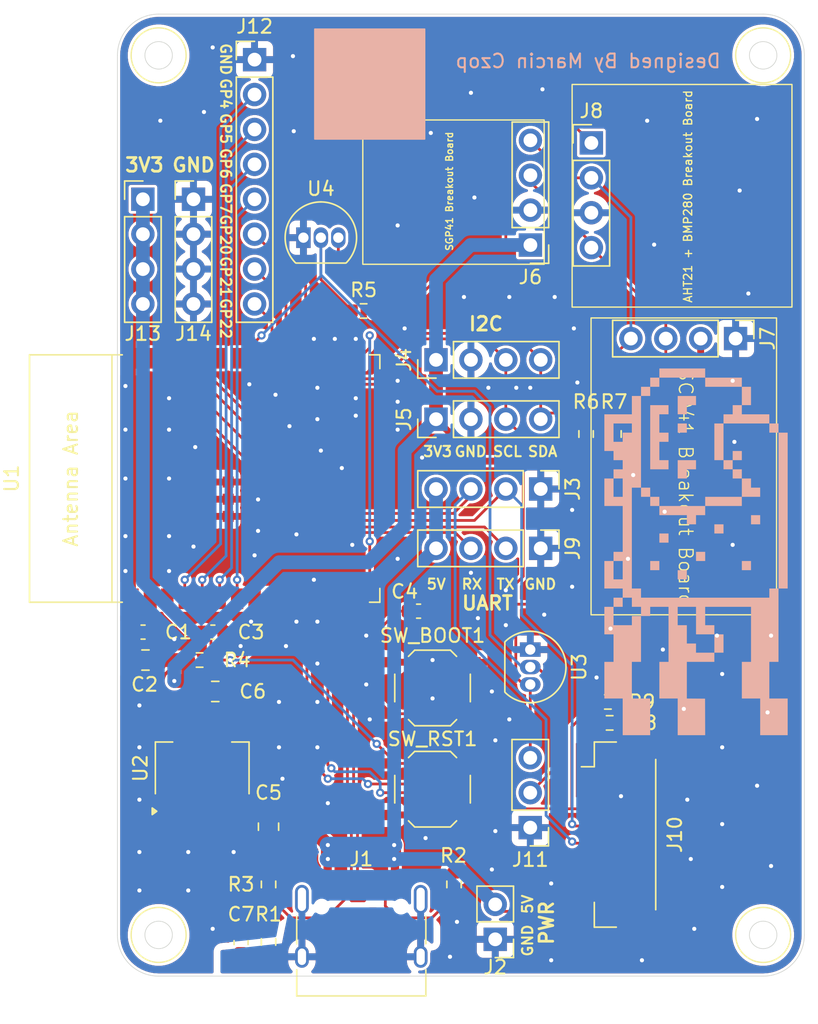
<source format=kicad_pcb>
(kicad_pcb (version 20241229) (generator "pcbnew") (generator_version "9.0")
  (layers (0 "F.Cu" signal) (2 "B.Cu" signal) (13 "F.Paste" user) (15 "B.Paste" user) (5 "F.SilkS" user "F.Silkscreen") (7 "B.SilkS" user "B.Silkscreen") (1 "F.Mask" user) (3 "B.Mask" user) (25 "Edge.Cuts" user))
  (net 0 "")
  (net 1 "+3V3")
  (net 2 "GND")
  (net 3 "Net-(J1-SHIELD)")
  (net 4 "Net-(J1-CC2)")
  (net 5 "USB_DP")
  (net 6 "+5V")
  (net 8 "Net-(J1-CC1)")
  (net 10 "GPIO21")
  (net 11 "GPIO22")
  (net 12 "SDA")
  (net 13 "GPIO5")
  (net 14 "GPIO20")
  (net 15 "GPIO7")
  (net 16 "SCL")
  (net 18 "GPIO4")
  (net 21 "GPIO6")
  (net 23 "EN")
  (net 24 "BOOT")
  (net 25 "RXD_1")
  (net 26 "TXD_1")
  (net 27 "TXD_0")
  (net 28 "RXD_0")
  (net 29 "DQ")
  (net 30 "USB_DN")
  (net 31 "RST")
  (net 32 "SET")
  (footprint "Capacitor_SMD:C_0603_1608Metric" (layer "F.Cu") (at 106.947 124.968 180)
    (property "Reference" "C3")
    (property "Value" "100n")
  )
  (footprint "PCM_Espressif:ESP32-C6-WROOM-1" (layer "F.Cu") (at 109.352 113.792 90)
    (property "Reference" "U1")
    (property "Value" "ESP32-C6-WROOM-1")
  )
  (footprint "Capacitor_SMD:C_0603_1608Metric" (layer "F.Cu") (at 101.867 124.968)
    (property "Reference" "C1")
    (property "Value" "1u")
  )
  (footprint "Connector_PinHeader_2.54mm:PinHeader_1x02_P2.54mm_Vertical" (layer "F.Cu") (at 127.5 147.32 180)
    (property "Reference" "J2")
    (property "Value" "Power-Header")
  )
  (footprint "Package_TO_SOT_THT:TO-92_Inline" (layer "F.Cu") (at 113.538 96.266)
    (property "Reference" "U4")
    (property "Value" "DS18B20")
  )
  (footprint "Resistor_SMD:R_0603_1608Metric" (layer "F.Cu") (at 117.919 101.6 180)
    (property "Reference" "R5")
    (property "Value" "4.7k")
  )
  (footprint "Connector_PinHeader_2.54mm:PinHeader_1x04_P2.54mm_Vertical" (layer "F.Cu") (at 134.496 89.374)
    (property "Reference" "J8")
    (property "Value" "AHT20+BMP280BB")
  )
  (footprint "Button_Switch_SMD:SW_Push_1P1T_XKB_TS-1187A" (layer "F.Cu") (at 122.936 136.398 180)
    (property "Reference" "SW_RST1")
    (property "Value" "TS-1187A-B-A-B")
  )
  (footprint "Resistor_SMD:R_0603_1608Metric" (layer "F.Cu") (at 111 143.325 90)
    (property "Reference" "R3")
    (property "Value" "5.1k")
  )
  (footprint "Package_TO_SOT_THT:TO-92_Inline" (layer "F.Cu") (at 130.048 126.238 -90)
    (property "Reference" "U3")
    (property "Value" "DS18B20")
  )
  (footprint "Capacitor_SMD:C_0603_1608Metric" (layer "F.Cu") (at 121.92 123.444)
    (property "Reference" "C4")
    (property "Value" "100n")
  )
  (footprint "Package_TO_SOT_SMD:SOT-223-3_TabPin2" (layer "F.Cu") (at 106.172 134.874 90)
    (property "Reference" "U2")
    (property "Value" "AMS1117-3.3")
  )
  (footprint "Connector_PinHeader_2.54mm:PinHeader_1x08_P2.54mm_Vertical" (layer "F.Cu") (at 109.982 83.312)
    (property "Reference" "J12")
    (property "Value" "GPIO")
  )
  (footprint "Connector_JST:JST_GH_BM08B-GHS-TBT_1x08-1MP_P1.25mm_Vertical" (layer "F.Cu") (at 136.57 139.7 -90)
    (property "Reference" "J10")
    (property "Value" "PMSBB")
  )
  (footprint "Connector_PinHeader_2.54mm:PinHeader_1x03_P2.54mm_Vertical" (layer "F.Cu") (at 130.048 139.192 180)
    (property "Reference" "J11")
    (property "Value" "DS18B20")
  )
  (footprint "Connector_PinHeader_2.54mm:PinHeader_1x04_P2.54mm_Vertical" (layer "F.Cu") (at 123.19 109.474 90)
    (property "Reference" "J5")
    (property "Value" "I2C")
  )
  (footprint "Connector_PinHeader_2.54mm:PinHeader_1x04_P2.54mm_Vertical" (layer "F.Cu") (at 101.854 93.472)
    (property "Reference" "J13")
    (property "Value" "3V3 rail")
  )
  (footprint "Connector_PinHeader_2.54mm:PinHeader_1x04_P2.54mm_Vertical" (layer "F.Cu") (at 123.19 105.156 90)
    (property "Reference" "J4")
    (property "Value" "I2C")
  )
  (footprint "Resistor_SMD:R_0603_1608Metric" (layer "F.Cu") (at 135.827 131.572 180)
    (property "Reference" "R8")
    (property "Value" "10k")
  )
  (footprint "Connector_PinHeader_2.54mm:PinHeader_1x04_P2.54mm_Vertical" (layer "F.Cu") (at 130.81 114.554 -90)
    (property "Reference" "J3")
    (property "Value" "UART0")
  )
  (footprint "Button_Switch_SMD:SW_Push_1P1T_XKB_TS-1187A" (layer "F.Cu") (at 122.936 129.032 180)
    (property "Reference" "SW_BOOT1")
    (property "Value" "TS-1187A-B-A-B")
  )
  (footprint "Capacitor_SMD:C_0805_2012Metric" (layer "F.Cu") (at 110.998 139.126 -90)
    (property "Reference" "C5")
    (property "Value" "47u")
  )
  (footprint "Resistor_SMD:R_0603_1608Metric" (layer "F.Cu") (at 110.998 147.511 -90)
    (property "Reference" "R1")
    (property "Value" "1M")
  )
  (footprint "Resistor_SMD:R_0603_1608Metric" (layer "F.Cu") (at 134.112 110.553 -90)
    (property "Reference" "R6")
    (property "Value" "4.7k")
  )
  (footprint "Resistor_SMD:R_0603_1608Metric" (layer "F.Cu") (at 124.5 143.325 90)
    (property "Reference" "R2")
    (property "Value" "5.1k")
  )
  (footprint "Capacitor_SMD:C_0603_1608Metric" (layer "F.Cu") (at 109 147.561 90)
    (property "Reference" "C7")
    (property "Value" "4.7n")
  )
  (footprint "Connector_PinHeader_2.54mm:PinHeader_1x04_P2.54mm_Vertical" (layer "F.Cu") (at 105.537 93.472)
    (property "Reference" "J14")
    (property "Value" "GND rail")
  )
  (footprint "Resistor_SMD:R_0603_1608Metric" (layer "F.Cu") (at 135.699 130.048)
    (property "Reference" "R9")
    (property "Value" "10k")
  )
  (footprint "Capacitor_SMD:C_0805_2012Metric" (layer "F.Cu") (at 102.042 127)
    (property "Reference" "C2")
    (property "Value" "47u")
  )
  (footprint "Connector_USB:USB_C_Receptacle_HRO_TYPE-C-31-M-12" (layer "F.Cu") (at 117.75 147.54)
    (property "Reference" "J1")
    (property "Value" "TYPE-C-31-M-04")
  )
  (footprint "Connector_PinHeader_2.54mm:PinHeader_1x04_P2.54mm_Vertical" (layer "F.Cu") (at 130.81 118.872 -90)
    (property "Reference" "J9")
    (property "Value" "UART1")
  )
  (footprint "Connector_PinHeader_2.54mm:PinHeader_1x04_P2.54mm_Vertical" (layer "F.Cu") (at 130.06 96.802 180)
    (property "Reference" "J6")
    (property "Value" "SGP41BB")
  )
  (footprint "Connector_PinHeader_2.54mm:PinHeader_1x04_P2.54mm_Vertical" (layer "F.Cu") (at 144.994 103.608 -90)
    (property "Reference" "J7")
    (property "Value" "SCD41BB")
  )
  (footprint "Capacitor_SMD:C_0805_2012Metric" (layer "F.Cu") (at 107.122 129.286)
    (property "Reference" "C6")
    (property "Value" "47u")
  )
  (footprint "Resistor_SMD:R_0603_1608Metric" (layer "F.Cu") (at 136.144 110.553 -90)
    (property "Reference" "R7")
    (property "Value" "4.7k")
  )
  (footprint "Resistor_SMD:R_0603_1608Metric" (layer "F.Cu") (at 105.981 127 180)
    (property "Reference" "R4")
    (property "Value" "10k")
  )
  (footprint "LOGO" (layer "B.Cu") (at 142.446552 119.459552 90)
    (property "Reference" "G***" (hide yes))
    (property "Value" "LOGO" (hide yes))
  )
  (gr_circle (center 103 147) (end 103 149) (stroke (width 0.1)) (fill no) (layer "F.SilkS"))
  (gr_rect (start 134.474 102.108) (end 147.974 123.708) (stroke (width 0.1)) (fill no) (layer "F.SilkS"))
  (gr_circle (center 147 83) (end 147 85) (stroke (width 0.1)) (fill no) (layer "F.SilkS"))
  (gr_circle (center 147 147) (end 147 149) (stroke (width 0.1)) (fill no) (layer "F.SilkS"))
  (gr_rect (start 117.86 87.702) (end 131.06 98.202) (stroke (width 0.1)) (fill no) (layer "F.SilkS"))
  (gr_circle (center 103 83) (end 103 85) (stroke (width 0.1)) (fill no) (layer "F.SilkS"))
  (gr_rect (start 133.096 85.118) (end 149.096 101.318) (stroke (width 0.1)) (fill no) (layer "F.SilkS"))
  (gr_rect (start 114.364 81.09) (end 122.364 89.09) (stroke (width 0.1)) (fill yes) (layer "B.SilkS"))
  (gr_circle (center 147 83) (end 147 84) (stroke (width 0.05)) (fill no) (layer "Edge.Cuts"))
  (gr_line (start 150 147) (end 150 83) (stroke (width 0.05)) (layer "Edge.Cuts"))
  (gr_arc (start 103 150) (mid 100.87868 149.12132) (end 100 147) (stroke (width 0.05)) (layer "Edge.Cuts"))
  (gr_line (start 103 150) (end 147 150) (stroke (width 0.05)) (layer "Edge.Cuts"))
  (gr_line (start 103 80) (end 147 80) (stroke (width 0.05)) (layer "Edge.Cuts"))
  (gr_arc (start 150 147) (mid 149.12132 149.12132) (end 147 150) (stroke (width 0.05)) (layer "Edge.Cuts"))
  (gr_arc (start 100 83) (mid 100.87868 80.87868) (end 103 80) (stroke (width 0.05)) (layer "Edge.Cuts"))
  (gr_circle (center 147 147) (end 147 148) (stroke (width 0.05)) (fill no) (layer "Edge.Cuts"))
  (gr_circle (center 103 83) (end 103 84) (stroke (width 0.05)) (fill no) (layer "Edge.Cuts"))
  (gr_line (start 100 147) (end 100 83) (stroke (width 0.05)) (layer "Edge.Cuts"))
  (gr_circle (center 103 147) (end 103 148) (stroke (width 0.05)) (fill no) (layer "Edge.Cuts"))
  (gr_arc (start 147 80) (mid 149.12132 80.87868) (end 150 83) (stroke (width 0.05)) (layer "Edge.Cuts"))
  (gr_text "GND" (at 107.442 82.042 270) (layer "F.SilkS") (effects (font (size 0.75 0.75)) (justify left bottom)))
  (gr_text "I2C\n" (at 125.476 103.124 0) (layer "F.SilkS") (effects (font (size 1 1) (thickness 0.2) (bold yes)) (justify left bottom)))
  (gr_text "PWR" (at 131.818 147.828 90) (layer "F.SilkS") (effects (font (size 1 1) (thickness 0.2)) (justify left bottom)))
  (gr_text "AHT21 + BMP280 Breakout Board" (at 141.876 101.058 90) (layer "F.SilkS") (effects (font (size 0.6 0.6) (thickness 0.1) (bold yes)) (justify left bottom)))
  (gr_text "3V3" (at 100.457 91.567 0) (layer "F.SilkS") (effects (font (size 1 1) (thickness 0.2)) (justify left bottom)))
  (gr_text "SDA" (at 129.794 112.268 0) (layer "F.SilkS") (effects (font (size 0.75 0.75)) (justify left bottom)))
  (gr_text "GP6\n" (at 107.442 89.662 270) (layer "F.SilkS") (effects (font (size 0.75 0.75)) (justify left bottom)))
  (gr_text "GP4\n" (at 107.442 84.582 270) (layer "F.SilkS") (effects (font (size 0.75 0.75)) (justify left bottom)))
  (gr_text "GP7" (at 107.442 92.202 270) (layer "F.SilkS") (effects (font (size 0.75 0.75)) (justify left bottom)))
  (gr_text "GP20" (at 107.442 94.488 270) (layer "F.SilkS") (effects (font (size 0.75 0.75)) (justify left bottom)))
  (gr_text "GP21" (at 107.442 97.536 270) (layer "F.SilkS") (effects (font (size 0.75 0.75)) (justify left bottom)))
  (gr_text "GP5" (at 107.442 87.122 270) (layer "F.SilkS") (effects (font (size 0.75 0.75)) (justify left bottom)))
  (gr_text "5V\n" (at 122.428 121.92 0) (layer "F.SilkS") (effects (font (size 0.75 0.75)) (justify left bottom)))
  (gr_text "GND" (at 130.294 148.65 90) (layer "F.SilkS") (effects (font (size 0.75 0.75)) (justify left bottom)))
  (gr_text "UART\n" (at 124.968 123.444 0) (layer "F.SilkS") (effects (font (size 1 1) (thickness 0.2)) (justify left bottom)))
  (gr_text "GND" (at 129.54 121.92 0) (layer "F.SilkS") (effects (font (size 0.75 0.75)) (justify left bottom)))
  (gr_text "SGP41 Breakout Board" (at 124.46 97.282 90) (layer "F.SilkS") (effects (font (size 0.5 0.5) (thickness 0.1)) (justify left bottom)))
  (gr_text "3V3\n" (at 122.174 112.268 0) (layer "F.SilkS") (effects (font (size 0.75 0.75)) (justify left bottom)))
  (gr_text "RX\n" (at 124.968 121.92 0) (layer "F.SilkS") (effects (font (size 0.75 0.75)) (justify left bottom)))
  (gr_text "GND" (at 124.46 112.268 0) (layer "F.SilkS") (effects (font (size 0.75 0.75)) (justify left bottom)))
  (gr_text "SCD41 Breakout Board" (at 140.774 105.708 270) (layer "F.SilkS") (effects (font (size 1 1) (thickness 0.1)) (justify left bottom)))
  (gr_text "SCL\n" (at 127.254 112.268 0) (layer "F.SilkS") (effects (font (size 0.75 0.75)) (justify left bottom)))
  (gr_text "GND\n" (at 103.886 91.567 0) (layer "F.SilkS") (effects (font (size 1 1) (thickness 0.2)) (justify left bottom)))
  (gr_text "GP22" (at 107.442 100.584 270) (layer "F.SilkS") (effects (font (size 0.75 0.75)) (justify left bottom)))
  (gr_text "5V\n" (at 130.294 145.542 90) (layer "F.SilkS") (effects (font (size 0.75 0.75)) (justify left bottom)))
  (gr_text "TX" (at 127.508 121.92 0) (layer "F.SilkS") (effects (font (size 0.75 0.75)) (justify left bottom)))
  (gr_text "Designed By Marcin Czop" (at 144 84 -0) (layer "B.SilkS") (effects (font (size 1 1)) (justify left bottom mirror)))
  (segment (start 112.522 123.531943) (end 108.053943 128) (width 0.2) (layer "F.Cu") (net 1))
  (segment (start 104.902 128.524) (end 105.156 128.27) (width 1) (layer "F.Cu") (net 1))
  (segment (start 128.997 122.936) (end 128.997 121.447) (width 0.2) (layer "F.Cu") (net 1))
  (segment (start 102.992 127) (end 102.992 125.318) (width 1) (layer "F.Cu") (net 1))
  (segment (start 106.05 131.602) (end 106.172 131.724) (width 0.2) (layer "F.Cu") (net 1))
  (segment (start 108.053943 128) (end 107.458 128) (width 0.2) (layer "F.Cu") (net 1))
  (segment (start 106.172 138.024) (end 106.172 131.724) (width 1.5) (layer "F.Cu") (net 1))
  (segment (start 116.078 96.266) (end 116.078 98.934) (width 0.2) (layer "F.Cu") (net 1))
  (segment (start 142.454 105.45) (end 142.454 103.608) (width 0.5) (layer "F.Cu") (net 1))
  (segment (start 134.112 111.378) (end 134.112 112.018) (width 0.5) (layer "F.Cu") (net 1))
  (segment (start 128.997 128.227) (end 128.997 122.936) (width 0.2) (layer "F.Cu") (net 1))
  (segment (start 130.048 128.778) (end 129.548 128.778) (width 0.2) (layer "F.Cu") (net 1))
  (segment (start 129.286 112.526) (end 126.242 112.526) (width 0.5) (layer "F.Cu") (net 1))
  (segment (start 129.54 112.78) (end 129.286 112.526) (width 0.2) (layer "F.Cu") (net 1))
  (segment (start 106.05 129.286) (end 106.31 129.286) (width 0.2) (layer "F.Cu") (net 1))
  (segment (start 136.78 131.572) (end 136.78 130.048) (width 0.2) (layer "F.Cu") (net 1))
  (segment (start 118.744 101.6) (end 120.904 101.6) (width 0.2) (layer "F.Cu") (net 1))
  (segment (start 112.522 122.542) (end 112.522 123.531943) (width 0.2) (layer "F.Cu") (net 1))
  (segment (start 136.144 111.378) (end 136.144 111.76) (width 0.5) (layer "F.Cu") (net 1))
  (segment (start 106.172 131.724) (end 106.172 129.286) (width 1) (layer "F.Cu") (net 1))
  (segment (start 136.144 111.76) (end 135.382 112.522) (width 0.5) (layer "F.Cu") (net 1))
  (segment (start 102.642 124.968) (end 102.362 124.688) (width 1) (layer "F.Cu") (net 1))
  (segment (start 129.54 120.904) (end 129.54 112.78) (width 0.2) (layer "F.Cu") (net 1))
  (segment (start 102.992 125.318) (end 102.642 124.968) (width 1) (layer "F.Cu") (net 1))
  (segment (start 105.918 129.154) (end 106.05 129.286) (width 0.2) (layer "F.Cu") (net 1))
  (segment (start 136.78 130.048) (end 136.78 128.144) (width 0.2) (layer "F.Cu") (net 1))
  (segment (start 136.144 111.378) (end 136.526 111.378) (width 0.5) (layer "F.Cu") (net 1))
  (segment (start 116.078 98.934) (end 118.744 101.6) (width 0.2) (layer "F.Cu") (net 1))
  (segment (start 136.78 128.144) (end 131.572 122.936) (width 0.2) (layer "F.Cu") (net 1))
  (segment (start 102.362 124.688) (end 102.362 122.542) (width 1) (layer "F.Cu") (net 1))
  (segment (start 102.992 127.122) (end 102.992 127) (width 0.2) (layer "F.Cu") (net 1))
  (segment (start 133.604 112.526) (end 129.286 112.526) (width 0.5) (layer "F.Cu") (net 1))
  (segment (start 134.112 112.018) (end 133.604 112.526) (width 0.5) (layer "F.Cu") (net 1))
  (segment (start 135.382 112.522) (end 133.608 112.522) (width 0.5) (layer "F.Cu") (net 1))
  (segment (start 133.153 88.031) (end 128.377 88.031) (width 0.2) (layer "F.Cu") (net 1))
  (segment (start 128.27 96.802) (end 130.06 96.802) (width 0.2) (layer "F.Cu") (net 1))
  (segment (start 105.156 127) (end 102.992 127) (width 1) (layer "F.Cu") (net 1))
  (segment (start 128.27 88.138) (end 128.27 96.802) (width 0.2) (layer "F.Cu") (net 1))
  (segment (start 106.172 129.286) (end 105.156 128.27) (width 1) (layer "F.Cu") (net 1))
  (segment (start 126.242 112.526) (end 123.19 109.474) (width 0.5) (layer "F.Cu") (net 1))
  (segment (start 130.048 134.112) (end 130.048 128.778) (width 0.2) (layer "F.Cu") (net 1))
  (segment (start 128.377 88.031) (end 128.27 88.138) (width 0.2) (layer "F.Cu") (net 1))
  (segment (start 133.608 112.522) (end 133.604 112.526) (width 0.2) (layer "F.Cu") (net 1))
  (segment (start 128.997 121.447) (end 129.54 120.904) (width 0.2) (layer "F.Cu") (net 1))
  (segment (start 125.702 96.802) (end 128.27 96.802) (width 0.2) (layer "F.Cu") (net 1))
  (segment (start 104.14 128.524) (end 104.902 128.524) (width 1) (layer "F.Cu") (net 1))
  (segment (start 131.572 122.936) (end 128.997 122.936) (width 0.2) (layer "F.Cu") (net 1))
  (segment (start 134.496 89.374) (end 133.153 88.031) (width 0.2) (layer "F.Cu") (net 1))
  (segment (start 123.19 109.474) (end 123.19 105.156) (width 1) (layer "F.Cu") (net 1))
  (segment (start 129.548 128.778) (end 128.997 128.227) (width 0.2) (layer "F.Cu") (net 1))
  (segment (start 107.458 128) (end 106.172 129.286) (width 0.2) (layer "F.Cu") (net 1))
  (segment (start 105.156 128.27) (end 105.156 127) (width 1) (layer "F.Cu") (net 1))
  (segment (start 120.904 101.6) (end 125.702 96.802) (width 0.2) (layer "F.Cu") (net 1))
  (segment (start 136.526 111.378) (end 142.454 105.45) (width 0.5) (layer "F.Cu") (net 1))
  (via (at 104.14 128.524) (size 1) (drill 0.3) (layers "F.Cu" "B.Cu") (net 1))
  (segment (start 101.854 121.285) (end 101.854 93.472) (width 1) (layer "B.Cu") (net 1))
  (segment (start 104.14 127.508) (end 106.1085 125.5395) (width 1) (layer "B.Cu") (net 1))
  (segment (start 120.904 111.76) (end 123.19 109.474) (width 1) (layer "B.Cu") (net 1))
  (segment (start 104.14 128.524) (end 104.14 127.508) (width 1) (layer "B.Cu") (net 1))
  (segment (start 106.1085 125.5395) (end 101.854 121.285) (width 1) (layer "B.Cu") (net 1))
  (segment (start 120.904 117.239628) (end 120.904 111.76) (width 1) (layer "B.Cu") (net 1))
  (segment (start 106.1085 125.5395) (end 111.76 119.888) (width 1) (layer "B.Cu") (net 1))
  (segment (start 123.19 105.156) (end 123.19 99.314) (width 1) (layer "B.Cu") (net 1))
  (segment (start 125.702 96.802) (end 130.06 96.802) (width 1) (layer "B.Cu") (net 1))
  (segment (start 118.255628 119.888) (end 120.904 117.239628) (width 1) (layer "B.Cu") (net 1))
  (segment (start 123.19 99.314) (end 125.702 96.802) (width 1) (layer "B.Cu") (net 1))
  (segment (start 111.76 119.888) (end 118.255628 119.888) (width 1) (layer "B.Cu") (net 1))
  (via (at 131.064 123.698) (size 0.6) (drill 0.3) (layers "F.Cu" "B.Cu") (net 2))
  (via (at 136.652 136.906) (size 0.6) (drill 0.3) (layers "F.Cu" "B.Cu") (net 2))
  (via (at 131.826 100.584) (size 0.6) (drill 0.3) (layers "F.Cu" "B.Cu") (net 2))
  (via (at 137.16 119.634) (size 0.6) (drill 0.3) (layers "F.Cu" "B.Cu") (net 2))
  (via (at 127 107.188) (size 0.6) (drill 0.3) (layers "F.Cu" "B.Cu") (net 2))
  (via (at 145.923 100.33) (size 0.6) (drill 0.3) (layers "F.Cu" "B.Cu") (net 2))
  (via (at 120.396 110.236) (size 0.6) (drill 0.3) (layers "F.Cu" "B.Cu") (net 2))
  (via (at 101.6 143.764) (size 0.6) (drill 0.3) (layers "F.Cu" "B.Cu") (net 2))
  (via (at 133.477 106.807) (size 0.6) (drill 0.3) (layers "F.Cu" "B.Cu") (net 2))
  (via (at 117.348 107.95) (size 0.6) (drill 0.3) (layers "F.Cu" "B.Cu") (net 2))
  (via (at 112.268 125.984) (size 0.6) (drill 0.3) (layers "F.Cu" "B.Cu") (net 2))
  (via (at 100.584 107.061) (size 0.6) (drill 0.3) (layers "F.Cu" "B.Cu") (net 2))
  (via (at 145.288 92.837) (size 0.6) (drill 0.3) (layers "F.Cu" "B.Cu") (net 2))
  (via (at 125.984 93.345) (size 0.6) (drill 0.3) (layers "F.Cu" "B.Cu") (net 2))
  (via (at 103.759 120.523) (size 0.6) (drill 0.3) (layers "F.Cu" "B.Cu") (net 2))
  (via (at 133.096 121.666) (size 0.6) (drill 0.3) (layers "F.Cu" "B.Cu") (net 2))
  (via (at 144.018 143.51) (size 0.6) (drill 0.3) (layers "F.Cu" "B.Cu") (net 2))
  (via (at 101.6 140.97) (size 0.6) (drill 0.3) (layers "F.Cu" "B.Cu") (net 2))
  (via (at 125.73 85.725) (size 0.6) (drill 0.3) (layers "F.Cu" "B.Cu") (net 2))
  (via (at 143.637 125.222) (size 0.6) (drill 0.3) (layers "F.Cu" "B.Cu") (net 2))
  (via (at 114.554 107.188) (size 0.6) (drill 0.3) (layers "F.Cu" "B.Cu") (net 2))
  (via (at 122.174 112.268) (size 0.6) (drill 0.3) (layers "F.Cu" "B.Cu") (net 2))
  (via (at 133.223 102.87) (size 0.6) (drill 0.3) (layers "F.Cu" "B.Cu") (net 2))
  (via (at 128.27 124.46) (size 0.6) (drill 0.3) (layers "F.Cu" "B.Cu") (net 2))
  (via (at 129.032 107.188) (size 0.6) (drill 0.3) (layers "F.Cu" "B.Cu") (net 2))
  (via (at 147.574 141.986) (size 0.6) (drill 0.3) (layers "F.Cu" "B.Cu") (net 2))
  (via (at 112.522 109.982) (size 0.6) (drill 0.3) (layers "F.Cu" "B.Cu") (net 2))
  (via (at 103.124 87.757) (size 0.6) (drill 0.3) (layers "F.Cu" "B.Cu") (net 2))
  (via (at 105.156 143.764) (size 0.6) (drill 0.3) (layers "F.Cu" "B.Cu") (net 2))
  (via (at 127.508 139.446) (size 0.6) (drill 0.3) (layers "F.Cu" "B.Cu") (net 2))
  (via (at 117.348 109.22) (size 0.6) (drill 0.3) (layers "F.Cu" "B.Cu") (net 2))
  (via (at 114.554 127.254) (size 0.6) (drill 0.3) (layers "F.Cu" "B.Cu") (net 2))
  (via (at 114.3 103.632) (size 0.6) (drill 0.3) (layers "F.Cu" "B.Cu") (net 2))
  (via (at 114.554 124.206) (size 0.6) (drill 0.3) (layers "F.Cu" "B.Cu") (net 2))
  (via (at 114.554 133.35) (size 0.6) (drill 0.3) (layers "F.Cu" "B.Cu") (net 2))
  (via (at 134.874 128.27) (size 0.6) (drill 0.3) (layers "F.Cu" "B.Cu") (net 2))
  (via (at 128.524 100.584) (size 0.6) (drill 0.3) (layers "F.Cu" "B.Cu") (net 2))
  (via (at 141.224 130.556) (size 0.6) (drill 0.3) (layers "F.Cu" "B.Cu") (net 2))
  (via (at 113.03 117.856) (size 0.6) (drill 0.3) (layers "F.Cu" "B.Cu") (net 2))
  (via (at 109.601 106.934) (size 0.6) (drill 0.3) (layers "F.Cu" "B.Cu") (net 2))
  (via (at 139.827 116.205) (size 0.6) (drill 0.3) (layers "F.Cu" "B.Cu") (net 2))
  (via (at 114.808 111.76) (size 0.6) (drill 0.3) (layers "F.Cu" "B.Cu") (net 2))
  (via (at 127.254 129.286) (size 0.6) (drill 0.3) (layers "F.Cu" "B.Cu") (net 2))
  (via (at 106.299 87.122) (size 0.6) (drill 0.3) (layers "F.Cu" "B.Cu") (net 2))
  (via (at 126.238 123.952) (size 0.6) (drill 0.3) (layers "F.Cu" "B.Cu") (net 2))
  (via (at 100.584 120.523) (size 0.6) (drill 0.3) (layers "F.Cu" "B.Cu") (net 2))
  (via (at 130.048 107.188) (size 0.6) (drill 0.3) (layers "F.Cu" "B.Cu") (net 2))
  (via (at 125.73 120.65) (size 0.6) (drill 0.3) (layers "F.Cu" "B.Cu") (net 2))
  (via (at 146.558 87.63) (size 0.6) (drill 0.3) (layers "F.Cu" "B.Cu") (net 2))
  (via (at 118.364 131.318) (size 0.6) (drill 0.3) (layers "F.Cu" "B.Cu") (net 2))
  (via (at 104.14 125.476) (size 0.6) (drill 0.3) (layers "F.Cu" "B.Cu") (net 2))
  (via (at 125.222 100.584) (size 0.6) (drill 0.3) (layers "F.Cu" "B.Cu") (net 2))
  (via (at 100.584 113.792) (size 0.6) (drill 0.3) (layers "F.Cu" "B.Cu") (net 2))
  (via (at 100.584 110.236) (size 0.6) (drill 0.3) (layers "F.Cu" "B.Cu") (net 2))
  (via (at 114.554 109.474) (size 0.6) (drill 0.3) (layers "F.Cu" "B.Cu") (net 2))
  (via (at 114.554 130.048) (size 0.6) (drill 0.3) (layers "F.Cu" "B.Cu") (net 2))
  (via (at 130.937 85.471) (size 0.6) (drill 0.3) (layers "F.Cu" "B.Cu") (net 2))
  (via (at 111.506 107.696) (size 0.6) (drill 0.3) (layers "F.Cu" "B.Cu") (net 2))
  (via (at 120.396 95.377) (size 0.6) (drill 0.3) (layers "F.Cu" "B.Cu") (net 2))
  (via (at 120.904 102.87) (size 0.6) (drill 0.3) (layers "F.Cu" "B.Cu") (net 2))
  (via (at 128.524 131.318) (size 0.6) (drill 0.3) (layers "F.Cu" "B.Cu") (net 2))
  (via (at 115.316 137.414) (size 0.6) (drill 0.3) (layers "F.Cu" "B.Cu") (net 2))
  (via (at 147.32 130.81) (size 0.6) (drill 0.3) (layers "F.Cu" "B.Cu") (net 2))
  (via (at 106.934 82.423) (size 0.6) (drill 0.3) (layers "F.Cu" "B.Cu") (net 2))
  (via (at 103.759 117.983) (size 0.6) (drill 0.3) (layers "F.Cu" "B.Cu") (net 2))
  (via (at 120.396 119.634) (size 0.6) (drill 0.3) (layers "F.Cu" "B.Cu") (net 2))
  (via (at 146.558 136.144) (size 0.6) (drill 0.3) (layers "F.Cu" "B.Cu") (net 2))
  (via (at 124.714 146.05) (size 0.6) (drill 0.3) (layers "F.Cu" "B.Cu") (net 2))
  (via (at 122.936 127) (size 0.6) (drill 0.3) (layers "F.Cu" "B.Cu") (net 2))
  (via (at 139.065 96.774) (size 0.6) (drill 0.3) (layers "F.Cu" "B.Cu") (net 2))
  (via (at 120.396 106.68) (size 0.6) (drill 0.3) (layers "F.Cu" "B.Cu") (net 2))
  (via (at 110.236 115.316) (size 0.6) (drill 0.3) (layers "F.Cu" "B.Cu") (net 2))
  (via (at 110.236 117.602) (size 0.6) (drill 0.3) (layers "F.Cu" "B.Cu") (net 2))
  (via (at 138.176 148.844) (size 0.6) (drill 0.3) (layers "F.Cu" "B.Cu") (net 2))
  (via (at 131.572 143.256) (size 0.6) (drill 0.3) (layers "F.Cu" "B.Cu") (net 2))
  (via (at 113.03 124.206) (size 0.6) (drill 0.3) (layers "F.Cu" "B.Cu") (net 2))
  (via (at 144.018 133.35) (size 0.6) (drill 0.3) (layers "F.Cu" "B.Cu") (net 2))
  (via (at 144.907 111.125) (size 0.6) (drill 0.3) (layers "F.Cu" "B.Cu") (net 2))
  (via (at 141.732 141.478) (size 0.6) (drill 0.3) (layers "F.Cu" "B.Cu") (net 2))
  (via (at 144.78 118.618) (size 0.6) (drill 0.3) (layers "F.Cu" "B.Cu") (net 2))
  (via (at 103.759 113.792) (size 0.6) (drill 0.3) (layers "F.Cu" "B.Cu") (net 2))
  (via (at 144.78 106.68) (size 0.6) (drill 0.3) (layers "F.Cu" "B.Cu") (net 2))
  (via (at 128.27 121.92) (size 0.6) (drill 0.3) (layers "F.Cu" "B.Cu") (net 2))
  (via (at 112.776 83.058) (size 0.6) (drill 0.3) (layers "F.Cu" "B.Cu") (net 2))
  (via (at 120.396 108.204) (size 0.6) (drill 0.3) (layers "F.Cu" "B.Cu") (net 2))
  (via (at 141.478 137.16) (size 0.6) (drill 0.3) (layers "F.Cu" "B.Cu") (net 2))
  (via (at 124.206 148.59) (size 0.6) (drill 0.3) (layers "F.Cu" "B.Cu") (net 2))
  (via (at 101.6 130.302) (size 0.6) (drill 0.3) (layers "F.Cu" "B.Cu") (net 2))
  (via (at 133.096 116.078) (size 0.6) (drill 0.3) (layers "F.Cu" "B.Cu") (net 2))
  (via (at 118.11 128.778) (size 0.6) (drill 0.3) (layers "F.Cu" "B.Cu") (net 2))
  (via (at 105.156 140.97) (size 0.6) (drill 0.3) (layers "F.Cu" "B.Cu") (net 2))
  (via (at 105.664 111.506) (size 0.6) (drill 0.3) (layers "F.Cu" "B.Cu") (net 2))
  (via (at 101.6 137.16) (size 0.6) (drill 0.3) (layers "F.Cu" "B.Cu") (net 2))
  (via (at 100.584 117.983) (size 0.6) (drill 0.3) (layers "F.Cu" "B.Cu") (net 2))
  (via (at 118.11 125.222) (size 0.6) (drill 0.3) (layers "F.Cu" "B.Cu") (net 2))
  (via (at 116.332 113.03) (size 0.6) (drill 0.3) (layers "F.Cu" "B.Cu") (net 2))
  (via (at 108.458 140.97) (size 0.6) (drill 0.3) (layers "F.Cu" "B.Cu") (net 2))
  (via (at 137.541 113.538) (size 0.6) (drill 0.3) (layers "F.Cu" "B.Cu") (net 2))
  (via (at 109.982 119.38) (size 0.6) (drill 0.3) (layers "F.Cu" "B.Cu") (net 2))
  (via (at 147.574 125.222) (size 0.6) (drill 0.3) (layers "F.Cu" "B.Cu") (net 2))
  (via (at 141.986 146.558) (size 0.6) (drill 0.3) (layers "F.Cu" "B.Cu") (net 2))
  (via (at 106.934 146.558) (size 0.6) (drill 0.3) (layers "F.Cu" "B.Cu") (net 2))
  (via (at 114.3 121.158) (size 0.6) (drill 0.3) (layers "F.Cu" "B.Cu") (net 2))
  (via (at 101.6 133.35) (size 0.6) (drill 0.3) (layers "F.Cu" "B.Cu") (net 2))
  (via (at 139.7 126.238) (size 0.6) (drill 0.3) (layers "F.Cu" "B.Cu") (net 2))
  (via (at 135.89 124.714) (size 0.6) (drill 0.3) (layers "F.Cu" "B.Cu") (net 2))
  (via (at 105.537 118.745) (size 0.6) (drill 0.3) (layers "F.Cu" "B.Cu") (net 2))
  (via (at 115.824 103.632) (size 0.6) (drill 0.3) (layers "F.Cu" "B.Cu") (net 2))
  (via (at 127.508 132.842) (size 0.6) (drill 0.3) (layers "F.Cu" "B.Cu") (net 2))
  (via (at 144.018 138.938) (size 0.6) (drill 0.3) (layers "F.Cu" "B.Cu") (net 2))
  (via (at 122.428 139.954) (size 0.6) (drill 0.3) (layers "F.Cu" "B.Cu") (net 2))
  (via (at 127.254 142.24) (size 0.6) (drill 0.3) (layers "F.Cu" "B.Cu") (net 2))
  (via (at 112.834074 88.519) (size 0.6) (drill 0.3) (layers "F.Cu" "B.Cu") (net 2))
  (via (at 117.348 103.632) (size 0.6) (drill 0.3) (layers "F.Cu" "B.Cu") (net 2))
  (via (at 111.76 130.048) (size 0.6) (drill 0.3) (layers "F.Cu" "B.Cu") (net 2))
  (via (at 138.557 87.757) (size 0.6) (drill 0.3) (layers "F.Cu" "B.Cu") (net 2))
  (via (at 111.76 133.35) (size 0.6) (drill 0.3) (layers "F.Cu" "B.Cu") (net 2))
  (via (at 103.759 110.236) (size 0.6) (drill 0.3) (layers "F.Cu" "B.Cu") (net 2))
  (via (at 109.728 124.206) (size 0.6) (drill 0.3) (layers "F.Cu" "B.Cu") (net 2))
  (via (at 103.759 107.95) (size 0.6) (drill 0.3) (layers "F.Cu" "B.Cu") (net 2))
  (via (at 108.966 125.984) (size 0.6) (drill 0.3) (layers "F.Cu" "B.Cu") (net 2))
  (via (at 144.018 128.016) (size 0.6) (drill 0.3) (layers "F.Cu" "B.Cu") (net 2))
  (via (at 117.094 118.618) (size 0.6) (drill 0.3) (layers "F.Cu" "B.Cu") (net 2))
  (via (at 112.014 135.636) (size 0.6) (drill 0.3) (layers "F.Cu" "B.Cu") (net 2))
  (via (at 122.936 129.794) (size 0.6) (drill 0.3) (layers "F.Cu" "B.Cu") (net 2))
  (via (at 131.572 148.844) (size 0.6) (drill 0.3) (layers "F.Cu" "B.Cu") (net 2))
  (via (at 122.809 88.646) (size 0.6) (drill 0.3) (layers "F.Cu" "B.Cu") (net 2))
  (segment (start 124.5 144.15) (end 122.889 145.761) (width 0.2) (layer "F.Cu") (net 4))
  (segment (start 122.889 145.761) (end 120.361 145.761) (width 0.2) (layer "F.Cu") (net 4))
  (segment (start 120.361 145.761) (end 119.5 144.9) (width 0.2) (layer "F.Cu") (net 4))
  (segment (start 119.5 144.9) (end 119.5 143.495) (width 0.2) (layer "F.Cu") (net 4))
  (segment (start 117.5 142.407499) (end 117.475 142.382499) (width 0.2) (layer "F.Cu") (net 5))
  (segment (start 117.5 142.518) (end 117.549 142.469) (width 0.2) (layer "F.Cu") (net 5))
  (segment (start 117.192 138.873802) (end 117.192 124.077001) (width 0.2) (layer "F.Cu") (net 5))
  (segment (start 118.451 142.469) (end 118.5 142.518) (width 0.2) (layer "F.Cu") (net 5))
  (segment (start 118.5 142.518) (end 118.5 143.495) (width 0.2) (layer "F.Cu") (net 5))
  (segment (start 117.475 142.382499) (end 117.475 139.156802) (width 0.2) (layer "F.Cu") (net 5))
  (segment (start 117.549 142.469) (end 118.451 142.469) (width 0.2) (layer "F.Cu") (net 5))
  (segment (start 117.5 143.495) (end 117.5 142.407499) (width 0.2) (layer "F.Cu") (net 5))
  (segment (start 117.602 123.667001) (end 117.602 122.542) (width 0.2) (layer "F.Cu") (net 5))
  (segment (start 117.475 139.156802) (end 117.192 138.873802) (width 0.2) (layer "F.Cu") (net 5))
  (segment (start 117.192 124.077001) (end 117.602 123.667001) (width 0.2) (layer "F.Cu") (net 5))
  (segment (start 117.5 143.495) (end 117.5 142.518) (width 0.2) (layer "F.Cu") (net 5))
  (segment (start 120.2 143.495) (end 120.2 141.536) (width 0.6) (layer "F.Cu") (net 6))
  (segment (start 108.624 138.176) (end 108.472 138.024) (width 1) (layer "F.Cu") (net 6))
  (segment (start 115.316 141.816) (end 115.3 141.832) (width 0.2) (layer "F.Cu") (net 6))
  (segment (start 137.414 136.398) (end 137.414 143.51) (width 0.2) (layer "F.Cu") (net 6))
  (segment (start 115.3 141.832) (end 115.3 143.495) (width 0.6) (layer "F.Cu") (net 6))
  (segment (start 115.316 141.478) (end 115.316 140.462) (width 1) (layer "F.Cu") (net 6))
  (segment (start 137.414 143.51) (end 135.636 145.288) (width 0.2) (layer "F.Cu") (net 6))
  (segment (start 136.341 135.325) (end 137.414 136.398) (width 0.2) (layer "F.Cu") (net 6))
  (segment (start 110.998 138.176) (end 108.624 138.176) (width 1) (layer "F.Cu") (net 6))
  (segment (start 113.03 138.176) (end 110.998 138.176) (width 1) (layer "F.Cu") (net 6))
  (segment (start 120.142 141.478) (end 120.142 140.462) (width 1) (layer "F.Cu") (net 6))
  (segment (start 115.404 141.566) (end 115.316 141.478) (width 0.2) (layer "F.Cu") (net 6))
  (segment (start 128.008 145.288) (end 127.5 144.78) (width 0.2) (layer "F.Cu") (net 6))
  (segment (start 135.636 145.288) (end 128.008 145.288) (width 0.2) (layer "F.Cu") (net 6))
  (segment (start 134.62 135.325) (end 133.915 135.325) (width 0.2) (layer "F.Cu") (net 6))
  (segment (start 115.316 140.462) (end 113.03 138.176) (width 1) (layer "F.Cu") (net 6))
  (segment (start 115.316 141.478) (end 115.316 141.816) (width 0.2) (layer "F.Cu") (net 6))
  (segment (start 134.62 135.325) (end 136.341 135.325) (width 0.2) (layer "F.Cu") (net 6))
  (segment (start 120.2 141.536) (end 120.142 141.478) (width 0.2) (layer "F.Cu") (net 6))
  (via (at 115.316 140.462) (size 1) (drill 0.3) (layers "F.Cu" "B.Cu") (net 6))
  (via (at 120.142 140.462) (size 1) (drill 0.3) (layers "F.Cu" "B.Cu") (net 6))
  (via (at 120.142 141.478) (size 1) (drill 0.3) (layers "F.Cu" "B.Cu") (net 6))
  (via (at 115.316 141.478) (size 1) (drill 0.3) (layers "F.Cu" "B.Cu") (net 6))
  (segment (start 120.142 140.462) (end 120.142 121.92) (width 1) (layer "B.Cu") (net 6))
  (segment (start 127.5 144.78) (end 124.198 141.478) (width 1) (layer "B.Cu") (net 6))
  (segment (start 124.198 141.478) (end 120.142 141.478) (width 1) (layer "B.Cu") (net 6))
  (segment (start 120.142 121.92) (end 123.19 118.872) (width 1) (layer "B.Cu") (net 6))
  (segment (start 120.142 141.478) (end 115.316 141.478) (width 1.2) (layer "B.Cu") (net 6))
  (segment (start 123.19 118.872) (end 123.19 114.554) (width 1) (layer "B.Cu") (net 6))
  (segment (start 120.142 140.462) (end 115.316 140.462) (width 1.2) (layer "B.Cu") (net 6))
  (segment (start 112.611 145.761) (end 115.211 145.761) (width 0.2) (layer "F.Cu") (net 8))
  (segment (start 111 144.15) (end 112.611 145.761) (width 0.2) (layer "F.Cu") (net 8))
  (segment (start 115.211 145.761) (end 116.5 144.472) (width 0.2) (layer "F.Cu") (net 8))
  (segment (start 116.5 144.472) (end 116.5 143.495) (width 0.2) (layer "F.Cu") (net 8))
  (segment (start 112.268 104.788) (end 112.268 100.838) (width 0.2) (layer "F.Cu") (net 10))
  (segment (start 112.268 100.838) (end 109.982 98.552) (width 0.2) (layer "F.Cu") (net 10))
  (segment (start 112.522 105.042) (end 112.268 104.788) (width 0.2) (layer "F.Cu") (net 10))
  (segment (start 111.252 105.042) (end 111.252 102.362) (width 0.2) (layer "F.Cu") (net 11))
  (segment (start 111.252 102.362) (end 109.982 101.092) (width 0.2) (layer "F.Cu") (net 11))
  (segment (start 130.81 105.156) (end 130.302 105.156) (width 0.2) (layer "F.Cu") (net 12))
  (segment (start 130.81 105.156) (end 130.81 109.474) (width 0.2) (layer "F.Cu") (net 12))
  (segment (start 117.291 106.533) (end 118.7059 106.533) (width 0.2) (layer "F.Cu") (net 12))
  (segment (start 116.332 105.042) (end 116.332 105.574) (width 0.2) (layer "F.Cu") (net 12))
  (segment (start 130.06 89.182) (end 132.792 91.914) (width 0.2) (layer "F.Cu") (net 12))
  (segment (start 136.144 104.838) (end 137.374 103.608) (width 0.2) (layer "F.Cu") (net 12))
  (segment (start 122.0079 103.231) (end 128.885 103.231) (width 0.2) (layer "F.Cu") (net 12))
  (segment (start 135.443 109.027) (end 136.144 109.728) (width 0.2) (layer "F.Cu") (net 12))
  (segment (start 118.7059 106.533) (end 122.0079 103.231) (width 0.2) (layer "F.Cu") (net 12))
  (segment (start 128.885 103.231) (end 130.81 105.156) (width 0.2) (layer "F.Cu") (net 12))
  (segment (start 130.81 109.474) (end 131.257 109.027) (width 0.2) (layer "F.Cu") (net 12))
  (segment (start 132.792 91.914) (end 134.496 91.914) (width 0.2) (layer "F.Cu") (net 12))
  (segment (start 116.332 105.574) (end 117.291 106.533) (width 0.2) (layer "F.Cu") (net 12))
  (segment (start 131.257 109.027) (end 135.443 109.027) (width 0.2) (layer "F.Cu") (net 12))
  (segment (start 136.144 109.728) (end 136.144 104.838) (width 0.2) (layer "F.Cu") (net 12))
  (segment (start 137.374 94.792) (end 134.496 91.914) (width 0.2) (layer "B.Cu") (net 12))
  (segment (start 137.374 103.608) (end 137.374 94.792) (width 0.2) (layer "B.Cu") (net 12))
  (segment (start 106.172 121.158) (end 106.172 122.542) (width 0.2) (layer "F.Cu") (net 13))
  (via (at 106.172 121.158) (size 0.6) (drill 0.3) (layers "F.Cu" "B.Cu") (net 13))
  (segment (start 107.91 90.464) (end 109.982 88.392) (width 0.2) (layer "B.Cu") (net 13))
  (segment (start 106.172 121.158) (end 107.91 119.42) (width 0.2) (layer "B.Cu") (net 13))
  (segment (start 107.91 119.42) (end 107.91 90.464) (width 0.2) (layer "B.Cu") (net 13))
  (segment (start 113.699 99.729) (end 113.699 104.949) (width 0.2) (layer "F.Cu") (net 14))
  (segment (start 109.982 96.012) (end 113.699 99.729) (width 0.2) (layer "F.Cu") (net 14))
  (segment (start 113.699 104.949) (end 113.792 105.042) (width 0.2) (layer "F.Cu") (net 14))
  (segment (start 108.712 122.542) (end 108.712 121.158) (width 0.2) (layer "F.Cu") (net 15))
  (via (at 108.712 121.158) (size 0.6) (drill 0.3) (layers "F.Cu" "B.Cu") (net 15))
  (segment (start 108.712 121.158) (end 108.712 94.742) (width 0.2) (layer "B.Cu") (net 15))
  (segment (start 108.712 94.742) (end 109.982 93.472) (width 0.2) (layer "B.Cu") (net 15))
  (segment (start 134.813 110.429) (end 136.632064 110.429) (width 0.2) (layer "F.Cu") (net 16))
  (segment (start 139.914 107.147064) (end 139.914 103.608) (width 0.2) (layer "F.Cu") (net 16))
  (segment (start 128.27 109.474) (end 129.421 110.625) (width 0.2) (layer "F.Cu") (net 16))
  (segment (start 130.06 92.214) (end 134.496 96.65) (width 0.2) (layer "F.Cu") (net 16))
  (segment (start 139.914 102.412) (end 139.914 103.608) (width 0.2) (layer "F.Cu") (net 16))
  (segment (start 115.062 105.574) (end 116.422 106.934) (width 0.2) (layer "F.Cu") (net 16))
  (segment (start 130.06 91.722) (end 130.06 92.214) (width 0.2) (layer "F.Cu") (net 16))
  (segment (start 115.062 105.042) (end 115.062 105.574) (width 0.2) (layer "F.Cu") (net 16))
  (segment (start 126.746 103.632) (end 128.27 105.156) (width 0.2) (layer "F.Cu") (net 16))
  (segment (start 128.27 105.156) (end 128.27 104.648) (width 0.2) (layer "F.Cu") (net 16))
  (segment (start 133.215 110.625) (end 134.112 109.728) (width 0.2) (layer "F.Cu") (net 16))
  (segment (start 118.872 106.934) (end 122.174 103.632) (width 0.2) (layer "F.Cu") (net 16))
  (segment (start 134.112 109.728) (end 134.813 110.429) (width 0.2) (layer "F.Cu") (net 16))
  (segment (start 116.422 106.934) (end 118.872 106.934) (width 0.2) (layer "F.Cu") (net 16))
  (segment (start 122.174 103.632) (end 126.746 103.632) (width 0.2) (layer "F.Cu") (net 16))
  (segment (start 134.496 96.65) (end 134.496 96.994) (width 0.2) (layer "F.Cu") (net 16))
  (segment (start 128.27 105.156) (end 128.27 109.474) (width 0.2) (layer "F.Cu") (net 16))
  (segment (start 134.496 96.994) (end 139.914 102.412) (width 0.2) (layer "F.Cu") (net 16))
  (segment (start 136.632064 110.429) (end 139.914 107.147064) (width 0.2) (layer "F.Cu") (net 16))
  (segment (start 129.421 110.625) (end 133.215 110.625) (width 0.2) (layer "F.Cu") (net 16))
  (segment (start 128.27 109.83176) (end 128.27 109.474) (width 0.2) (layer "B.Cu") (net 16))
  (segment (start 104.902 121.158) (end 104.902 122.542) (width 0.2) (layer "F.Cu") (net 18))
  (via (at 104.902 121.158) (size 0.6) (drill 0.3) (layers "F.Cu" "B.Cu") (net 18))
  (segment (start 107.509 118.551) (end 107.509 88.325) (width 0.2) (layer "B.Cu") (net 18))
  (segment (start 107.509 88.325) (end 109.982 85.852) (width 0.2) (layer "B.Cu") (net 18))
  (segment (start 104.902 121.158) (end 107.509 118.551) (width 0.2) (layer "B.Cu") (net 18))
  (segment (start 107.442 121.158) (end 107.442 122.542) (width 0.2) (layer "F.Cu") (net 21))
  (via (at 107.442 121.158) (size 0.6) (drill 0.3) (layers "F.Cu" "B.Cu") (net 21))
  (segment (start 108.311 120.289) (end 108.311 92.603) (width 0.2) (layer "B.Cu") (net 21))
  (segment (start 108.311 92.603) (end 109.982 90.932) (width 0.2) (layer "B.Cu") (net 21))
  (segment (start 107.442 121.158) (end 108.311 120.289) (width 0.2) (layer "B.Cu") (net 21))
  (segment (start 119.936 134.523) (end 125.936 134.523) (width 0.2) (layer "F.Cu") (net 23))
  (segment (start 103.632 123.492) (end 103.632 122.542) (width 0.2) (layer "F.Cu") (net 23))
  (segment (start 119.936 134.523) (end 119.936 134.16) (width 0.2) (layer "F.Cu") (net 23))
  (segment (start 119.936 134.16) (end 118.872 133.096) (width 0.2) (layer "F.Cu") (net 23))
  (segment (start 105.108 124.968) (end 103.632 123.492) (width 0.2) (layer "F.Cu") (net 23))
  (segment (start 106.806 125.602) (end 106.172 124.968) (width 0.2) (layer "F.Cu") (net 23))
  (segment (start 108.204 127) (end 106.806 127) (width 0.2) (layer "F.Cu") (net 23))
  (segment (start 106.172 124.968) (end 105.108 124.968) (width 0.2) (layer "F.Cu") (net 23))
  (segment (start 106.806 127) (end 106.806 125.602) (width 0.2) (layer "F.Cu") (net 23))
  (via (at 108.204 127) (size 0.6) (drill 0.3) (layers "F.Cu" "B.Cu") (net 23))
  (via (at 118.872 133.096) (size 0.6) (drill 0.3) (layers "F.Cu" "B.Cu") (net 23))
  (segment (start 112.776 127) (end 118.872 133.096) (width 0.2) (layer "B.Cu") (net 23))
  (segment (start 108.204 127) (end 112.776 127) (width 0.2) (layer "B.Cu") (net 23))
  (segment (start 118.364 104.28) (end 117.602 105.042) (width 0.2) (layer "F.Cu") (net 24))
  (segment (start 118.364 123.952) (end 119.126 124.714) (width 0.2) (layer "F.Cu") (net 24))
  (segment (start 119.936 130.907) (end 125.936 130.907) (width 0.2) (layer "F.Cu") (net 24))
  (segment (start 121.145 123.444) (end 120.396 123.444) (width 0.2) (layer "F.Cu") (net 24))
  (segment (start 120.396 123.444) (end 119.126 124.714) (width 0.2) (layer "F.Cu") (net 24))
  (segment (start 118.364 103.378) (end 118.364 104.28) (width 0.2) (layer "F.Cu") (net 24))
  (segment (start 119.126 130.097) (end 119.936 130.907) (width 0.2) (layer "F.Cu") (net 24))
  (segment (start 119.126 124.714) (end 119.126 130.097) (width 0.2) (layer "F.Cu") (net 24))
  (segment (start 118.364 118.364) (end 118.364 123.952) (width 0.2) (layer "F.Cu") (net 24))
  (via (at 118.364 103.378) (size 0.6) (drill 0.3) (layers "F.Cu" "B.Cu") (net 24))
  (via (at 118.364 118.364) (size 0.6) (drill 0.3) (layers "F.Cu" "B.Cu") (net 24))
  (segment (start 118.364 118.364) (end 118.364 103.378) (width 0.2) (layer "B.Cu") (net 24))
  (segment (start 102.362 105.042) (end 102.362 105.41) (width 0.2) (layer "F.Cu") (net 25))
  (segment (start 102.362 105.41) (end 114.673 117.721) (width 0.2) (layer "F.Cu") (net 25))
  (segment (start 124.579 117.721) (end 125.73 118.872) (width 0.2) (layer "F.Cu") (net 25))
  (segment (start 114.673 117.721) (end 124.579 117.721) (width 0.2) (layer "F.Cu") (net 25))
  (segment (start 103.632 105.41) (end 115.542 117.32) (width 0.2) (layer "F.Cu") (net 26))
  (segment (start 103.632 105.042) (end 103.632 105.41) (width 0.2) (layer "F.Cu") (net 26))
  (segment (start 115.542 117.32) (end 126.718 117.32) (width 0.2) (layer "F.Cu") (net 26))
  (segment (start 126.718 117.32) (end 128.27 118.872) (width 0.2) (layer "F.Cu") (net 26))
  (segment (start 125.984 116.84) (end 128.27 114.554) (width 0.2) (layer "F.Cu") (net 27))
  (segment (start 116.332 116.84) (end 125.984 116.84) (width 0.2) (layer "F.Cu") (net 27))
  (segment (start 134.62 139.075) (end 133.233 139.075) (width 0.2) (layer "F.Cu") (net 27))
  (segment (start 104.902 105.41) (end 116.332 116.84) (width 0.2) (layer "F.Cu") (net 27))
  (segment (start 104.902 105.042) (end 104.902 105.41) (width 0.2) (layer "F.Cu") (net 27))
  (segment (start 133.233 139.075) (end 133.096 138.938) (width 0.2) (layer "F.Cu") (net 27))
  (via (at 133.096 138.938) (size 0.6) (drill 0.3) (layers "F.Cu" "B.Cu") (net 27))
  (segment (start 129.421 115.705) (end 128.27 114.554) (width 0.2) (layer "B.Cu") (net 27))
  (segment (start 133.096 138.938) (end 133.096 127.409) (width 0.2) (layer "B.Cu") (net 27))
  (segment (start 129.421 123.734) (end 129.421 115.705) (width 0.2) (layer "B.Cu") (net 27))
  (segment (start 133.096 127.409) (end 129.421 123.734) (width 0.2) (layer "B.Cu") (net 27))
  (segment (start 116.713 116.332) (end 124.46 116.332) (width 0.2) (layer "F.Cu") (net 28))
  (segment (start 125.73 115.062) (end 125.73 114.554) (width 0.2) (layer "F.Cu") (net 28))
  (segment (start 106.172 105.042) (end 106.172 105.791) (width 0.2) (layer "F.Cu") (net 28))
  (segment (start 124.46 116.332) (end 125.73 115.062) (width 0.2) (layer "F.Cu") (net 28))
  (segment (start 134.62 140.325) (end 133.213 140.325) (width 0.2) (layer "F.Cu") (net 28))
  (segment (start 106.172 105.791) (end 116.713 116.332) (width 0.2) (layer "F.Cu") (net 28))
  (segment (start 133.213 140.325) (end 133.096 140.208) (width 0.2) (layer "F.Cu") (net 28))
  (via (at 133.096 140.208) (size 0.6) (drill 0.3) (layers "F.Cu" "B.Cu") (net 28))
  (segment (start 131.199 131.32214) (end 124.579 124.70214) (width 0.2) (layer "B.Cu") (net 28))
  (segment (start 133.096 140.208) (end 131.199 138.311) (width 0.2) (layer "B.Cu") (net 28))
  (segment (start 124.579 124.70214) (end 124.579 115.705) (width 0.2) (layer "B.Cu") (net 28))
  (segment (start 131.199 138.311) (end 131.199 131.32214) (width 0.2) (layer "B.Cu") (net 28))
  (segment (start 124.579 115.705) (end 125.73 114.554) (width 0.2) (layer "B.Cu") (net 28))
  (segment (start 109.982 105.042) (end 109.982 103.886) (width 0.2) (layer "F.Cu") (net 29))
  (segment (start 114.808 96.266) (end 114.808 99.314) (width 0.2) (layer "F.Cu") (net 29))
  (segment (start 114.808 99.314) (end 117.094 101.6) (width 0.2) (layer "F.Cu") (net 29))
  (segment (start 109.982 103.886) (end 110.49 103.378) (width 0.2) (layer "F.Cu") (net 29))
  (segment (start 131.826 134.874) (end 131.826 128.786) (width 0.2) (layer "F.Cu") (net 29))
  (segment (start 130.548 127.508) (end 130.048 127.508) (width 0.2) (layer "F.Cu") (net 29))
  (segment (start 131.826 128.786) (end 130.548 127.508) (width 0.2) (layer "F.Cu") (net 29))
  (segment (start 130.048 136.652) (end 131.826 134.874) (width 0.2) (layer "F.Cu") (net 29))
  (via (at 110.49 103.378) (size 0.6) (drill 0.3) (layers "F.Cu" "B.Cu") (net 29))
  (segment (start 123.277943 107.442) (end 114.808 98.972057) (width 0.2) (layer "B.Cu") (net 29))
  (segment (start 125.984 107.442) (end 123.277943 107.442) (width 0.2) (layer "B.Cu") (net 29))
  (segment (start 114.808 98.298) (end 114.808 96.266) (width 0.2) (layer "B.Cu") (net 29))
  (segment (start 110.49 103.378) (end 114.808 99.06) (width 0.2) (layer "B.Cu") (net 29))
  (segment (start 127.119 108.577) (end 125.984 107.442) (width 0.2) (layer "B.Cu") (net 29))
  (segment (start 127.119 125.186) (end 127.119 108.577) (width 0.2) (layer "B.Cu") (net 29))
  (segment (start 114.808 99.06) (end 114.808 98.298) (width 0.2) (layer "B.Cu") (net 29))
  (segment (start 129.441 127.508) (end 127.119 125.186) (width 0.2) (layer "B.Cu") (net 29))
  (segment (start 130.048 127.508) (end 129.441 127.508) (width 0.2) (layer "B.Cu") (net 29))
  (segment (start 114.808 98.972057) (end 114.808 98.298) (width 0.2) (layer "B.Cu") (net 29))
  (segment (start 117.049 144.521) (end 117.951 144.521) (width 0.2) (layer "F.Cu") (net 30))
  (segment (start 117.025 139.343198) (end 116.742 139.060198) (width 0.2) (layer "F.Cu") (net 30))
  (segment (start 116.332 123.667001) (end 116.332 122.542) (width 0.2) (layer "F.Cu") (net 30))
  (segment (start 117.025 142.382499) (end 117.025 139.343198) (width 0.2) (layer "F.Cu") (net 30))
  (segment (start 116.742 124.077001) (end 116.332 123.667001) (width 0.2) (layer "F.Cu") (net 30))
  (segment (start 117 144.472) (end 117.049 144.521) (width 0.2) (layer "F.Cu") (net 30))
  (segment (start 116.742 139.060198) (end 116.742 124.077001) (width 0.2) (layer "F.Cu") (net 30))
  (segment (start 117 143.495) (end 117 142.407499) (width 0.2) (layer "F.Cu") (net 30))
  (segment (start 117.951 144.521) (end 118 144.472) (width 0.2) (layer "F.Cu") (net 30))
  (segment (start 117 143.495) (end 117 144.472) (width 0.2) (layer "F.Cu") (net 30))
  (segment (start 117 142.407499) (end 117.025 142.382499) (width 0.2) (layer "F.Cu") (net 30))
  (segment (start 118 144.472) (end 118 143.495) (width 0.2) (layer "F.Cu") (net 30))
  (segment (start 133.469 133.105) (end 135.002 131.572) (width 0.2) (layer "F.Cu") (net 31))
  (segment (start 135.469999 141.575) (end 135.771 141.273999) (width 0.2) (layer "F.Cu") (net 31))
  (segment (start 135.771 137.484032) (end 135.462968 137.176) (width 0.2) (layer "F.Cu") (net 31))
  (segment (start 127.761 141.575) (end 134.62 141.575) (width 0.2) (layer "F.Cu") (net 31))
  (segment (start 133.729032 137.176) (end 133.469 136.915968) (width 0.2) (layer "F.Cu") (net 31))
  (segment (start 115.316 134.62) (end 115.316 122.796) (width 0.2) (layer "F.Cu") (net 31))
  (segment (start 119.126 136.652) (end 122.838 136.652) (width 0.2) (layer "F.Cu") (net 31))
  (segment (start 133.469 136.915968) (end 133.469 133.105) (width 0.2) (layer "F.Cu") (net 31))
  (segment (start 135.771 141.273999) (end 135.771 137.484032) (width 0.2) (layer "F.Cu") (net 31))
  (segment (start 115.57 134.874) (end 115.316 134.62) (width 0.2) (layer "F.Cu") (net 31))
  (segment (start 122.838 136.652) (end 127.761 141.575) (width 0.2) (layer "F.Cu") (net 31))
  (segment (start 135.462968 137.176) (end 133.729032 137.176) (width 0.2) (layer "F.Cu") (net 31))
  (segment (start 134.62 141.575) (end 135.469999 141.575) (width 0.2) (layer "F.Cu") (net 31))
  (segment (start 115.316 122.796) (end 115.062 122.542) (width 0.2) (layer "F.Cu") (net 31))
  (via (at 119.126 136.652) (size 0.6) (drill 0.3) (layers "F.Cu" "B.Cu") (net 31))
  (via (at 115.57 134.874) (size 0.6) (drill 0.3) (layers "F.Cu" "B.Cu") (net 31))
  (segment (start 119.126 135.89) (end 118.364 135.128) (width 0.2) (layer "B.Cu") (net 31))
  (segment (start 118.364 135.128) (end 115.824 135.128) (width 0.2) (layer "B.Cu") (net 31))
  (segment (start 115.824 135.128) (end 115.57 134.874) (width 0.2) (layer "B.Cu") (net 31))
  (segment (start 119.126 136.652) (end 119.126 135.89) (width 0.2) (layer "B.Cu") (net 31))
  (segment (start 113.792 134.112) (end 115.316 135.636) (width 0.2) (layer "F.Cu") (net 32))
  (segment (start 133.096 137.825) (end 134.62 137.825) (width 0.2) (layer "F.Cu") (net 32))
  (segment (start 118.237 136.017) (end 126.111 136.017) (width 0.2) (layer "F.Cu") (net 32))
  (segment (start 126.111 136.017) (end 127.919 137.825) (width 0.2) (layer "F.Cu") (net 32))
  (segment (start 113.792 122.542) (end 113.792 134.112) (width 0.2) (layer "F.Cu") (net 32))
  (segment (start 134.874 130.048) (end 133.068 131.854) (width 0.2) (layer "F.Cu") (net 32))
  (segment (start 133.068 131.854) (end 133.068 137.797) (width 0.2) (layer "F.Cu") (net 32))
  (segment (start 127.919 137.825) (end 133.096 137.825) (width 0.2) (layer "F.Cu") (net 32))
  (segment (start 133.068 137.797) (end 133.096 137.825) (width 0.2) (layer "F.Cu") (net 32))
  (via (at 115.316 135.636) (size 0.6) (drill 0.3) (layers "F.Cu" "B.Cu") (net 32))
  (via (at 118.237 136.017) (size 0.6) (drill 0.3) (layers "F.Cu" "B.Cu") (net 32))
  (segment (start 117.856 135.636) (end 115.316 135.636) (width 0.2) (layer "B.Cu") (net 32))
  (segment (start 118.237 136.017) (end 117.856 135.636) (width 0.2) (layer "B.Cu") (net 32))
  (zone (net 3) (net_name "Net-(J1-SHIELD)") (layers "F.Cu" "B.Cu") (priority 1) (connect_pads (clearance 0.5)) (min_thickness 0.25) (fill yes (thermal_gap 0.5) (thermal_bridge_width 0.5))
    (polygon (pts (xy 107.5 150) (xy 123 150) (xy 123 145) (xy 112.5 145) (xy 111.977275 147.613625) (xy 107.5 148.1111)))
  )
  (zone (net 2) (net_name "GND") (layers "F.Cu" "B.Cu") (connect_pads (clearance 0.1)) (min_thickness 0.2) (fill yes (thermal_gap 0.5) (thermal_bridge_width 0.5))
    (polygon (pts (xy 99 151) (xy 151 151) (xy 151 78.994928) (xy 99 78.972928)))
  )
)
</source>
